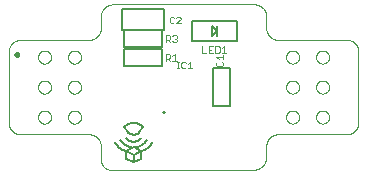
<source format=gto>
G75*
%MOIN*%
%OFA0B0*%
%FSLAX25Y25*%
%IPPOS*%
%LPD*%
%AMOC8*
5,1,8,0,0,1.08239X$1,22.5*
%
%ADD10C,0.00000*%
%ADD11C,0.01000*%
%ADD12C,0.00800*%
%ADD13C,0.00200*%
%ADD14C,0.00500*%
D10*
X0045791Y0032012D02*
X0045915Y0032010D01*
X0046038Y0032004D01*
X0046162Y0031995D01*
X0046284Y0031981D01*
X0046407Y0031964D01*
X0046529Y0031942D01*
X0046650Y0031917D01*
X0046770Y0031888D01*
X0046889Y0031856D01*
X0047008Y0031819D01*
X0047125Y0031779D01*
X0047240Y0031736D01*
X0047355Y0031688D01*
X0047467Y0031637D01*
X0047578Y0031583D01*
X0047688Y0031525D01*
X0047795Y0031464D01*
X0047901Y0031399D01*
X0048004Y0031331D01*
X0048105Y0031260D01*
X0048204Y0031186D01*
X0048301Y0031109D01*
X0048395Y0031028D01*
X0048486Y0030945D01*
X0048575Y0030859D01*
X0048661Y0030770D01*
X0048744Y0030679D01*
X0048825Y0030585D01*
X0048902Y0030488D01*
X0048976Y0030389D01*
X0049047Y0030288D01*
X0049115Y0030185D01*
X0049180Y0030079D01*
X0049241Y0029972D01*
X0049299Y0029862D01*
X0049353Y0029751D01*
X0049404Y0029639D01*
X0049452Y0029524D01*
X0049495Y0029409D01*
X0049535Y0029292D01*
X0049572Y0029173D01*
X0049604Y0029054D01*
X0049633Y0028934D01*
X0049658Y0028813D01*
X0049680Y0028691D01*
X0049697Y0028568D01*
X0049711Y0028446D01*
X0049720Y0028322D01*
X0049726Y0028199D01*
X0049728Y0028075D01*
X0049728Y0024138D01*
X0049713Y0024023D01*
X0049703Y0023907D01*
X0049696Y0023791D01*
X0049693Y0023675D01*
X0049694Y0023558D01*
X0049699Y0023442D01*
X0049708Y0023326D01*
X0049720Y0023211D01*
X0049737Y0023095D01*
X0049757Y0022981D01*
X0049781Y0022867D01*
X0049809Y0022754D01*
X0049841Y0022642D01*
X0049876Y0022532D01*
X0049915Y0022422D01*
X0049958Y0022314D01*
X0050004Y0022207D01*
X0050054Y0022102D01*
X0050108Y0021999D01*
X0050164Y0021897D01*
X0050224Y0021798D01*
X0050288Y0021700D01*
X0050354Y0021605D01*
X0050424Y0021512D01*
X0050497Y0021421D01*
X0050573Y0021333D01*
X0050652Y0021247D01*
X0050733Y0021164D01*
X0050818Y0021084D01*
X0050904Y0021007D01*
X0050994Y0020933D01*
X0051086Y0020861D01*
X0051180Y0020793D01*
X0051276Y0020728D01*
X0051375Y0020666D01*
X0051476Y0020608D01*
X0051578Y0020553D01*
X0051682Y0020501D01*
X0051788Y0020453D01*
X0051896Y0020409D01*
X0052005Y0020368D01*
X0052115Y0020331D01*
X0052226Y0020297D01*
X0052338Y0020268D01*
X0052452Y0020242D01*
X0052566Y0020219D01*
X0052681Y0020201D01*
X0099925Y0020201D01*
X0100056Y0020189D01*
X0100188Y0020180D01*
X0100320Y0020175D01*
X0100452Y0020174D01*
X0100584Y0020177D01*
X0100716Y0020184D01*
X0100848Y0020195D01*
X0100979Y0020210D01*
X0101110Y0020228D01*
X0101240Y0020251D01*
X0101369Y0020277D01*
X0101498Y0020307D01*
X0101625Y0020341D01*
X0101752Y0020379D01*
X0101877Y0020420D01*
X0102002Y0020465D01*
X0102124Y0020514D01*
X0102245Y0020566D01*
X0102365Y0020622D01*
X0102483Y0020682D01*
X0102599Y0020745D01*
X0102713Y0020811D01*
X0102825Y0020881D01*
X0102935Y0020954D01*
X0103043Y0021030D01*
X0103149Y0021110D01*
X0103252Y0021192D01*
X0103353Y0021278D01*
X0103451Y0021366D01*
X0103546Y0021457D01*
X0103639Y0021552D01*
X0103728Y0021648D01*
X0103815Y0021748D01*
X0103899Y0021850D01*
X0103980Y0021954D01*
X0104058Y0022061D01*
X0104132Y0022170D01*
X0104204Y0022281D01*
X0104272Y0022394D01*
X0104336Y0022510D01*
X0104397Y0022627D01*
X0104455Y0022745D01*
X0104509Y0022866D01*
X0104559Y0022988D01*
X0104606Y0023111D01*
X0104649Y0023236D01*
X0104689Y0023362D01*
X0104725Y0023489D01*
X0104756Y0023618D01*
X0104785Y0023747D01*
X0104809Y0023876D01*
X0104829Y0024007D01*
X0104846Y0024138D01*
X0104846Y0028075D01*
X0104848Y0028199D01*
X0104854Y0028322D01*
X0104863Y0028446D01*
X0104877Y0028568D01*
X0104894Y0028691D01*
X0104916Y0028813D01*
X0104941Y0028934D01*
X0104970Y0029054D01*
X0105002Y0029173D01*
X0105039Y0029292D01*
X0105079Y0029409D01*
X0105122Y0029524D01*
X0105170Y0029639D01*
X0105221Y0029751D01*
X0105275Y0029862D01*
X0105333Y0029972D01*
X0105394Y0030079D01*
X0105459Y0030185D01*
X0105527Y0030288D01*
X0105598Y0030389D01*
X0105672Y0030488D01*
X0105749Y0030585D01*
X0105830Y0030679D01*
X0105913Y0030770D01*
X0105999Y0030859D01*
X0106088Y0030945D01*
X0106179Y0031028D01*
X0106273Y0031109D01*
X0106370Y0031186D01*
X0106469Y0031260D01*
X0106570Y0031331D01*
X0106673Y0031399D01*
X0106779Y0031464D01*
X0106886Y0031525D01*
X0106996Y0031583D01*
X0107107Y0031637D01*
X0107219Y0031688D01*
X0107334Y0031736D01*
X0107449Y0031779D01*
X0107566Y0031819D01*
X0107685Y0031856D01*
X0107804Y0031888D01*
X0107924Y0031917D01*
X0108045Y0031942D01*
X0108167Y0031964D01*
X0108290Y0031981D01*
X0108412Y0031995D01*
X0108536Y0032004D01*
X0108659Y0032010D01*
X0108783Y0032012D01*
X0131618Y0032012D01*
X0131742Y0032014D01*
X0131865Y0032020D01*
X0131989Y0032029D01*
X0132111Y0032043D01*
X0132234Y0032060D01*
X0132356Y0032082D01*
X0132477Y0032107D01*
X0132597Y0032136D01*
X0132716Y0032168D01*
X0132835Y0032205D01*
X0132952Y0032245D01*
X0133067Y0032288D01*
X0133182Y0032336D01*
X0133294Y0032387D01*
X0133405Y0032441D01*
X0133515Y0032499D01*
X0133622Y0032560D01*
X0133728Y0032625D01*
X0133831Y0032693D01*
X0133932Y0032764D01*
X0134031Y0032838D01*
X0134128Y0032915D01*
X0134222Y0032996D01*
X0134313Y0033079D01*
X0134402Y0033165D01*
X0134488Y0033254D01*
X0134571Y0033345D01*
X0134652Y0033439D01*
X0134729Y0033536D01*
X0134803Y0033635D01*
X0134874Y0033736D01*
X0134942Y0033839D01*
X0135007Y0033945D01*
X0135068Y0034052D01*
X0135126Y0034162D01*
X0135180Y0034273D01*
X0135231Y0034385D01*
X0135279Y0034500D01*
X0135322Y0034615D01*
X0135362Y0034732D01*
X0135399Y0034851D01*
X0135431Y0034970D01*
X0135460Y0035090D01*
X0135485Y0035211D01*
X0135507Y0035333D01*
X0135524Y0035456D01*
X0135538Y0035578D01*
X0135547Y0035702D01*
X0135553Y0035825D01*
X0135555Y0035949D01*
X0135555Y0059571D01*
X0135553Y0059695D01*
X0135547Y0059818D01*
X0135538Y0059942D01*
X0135524Y0060064D01*
X0135507Y0060187D01*
X0135485Y0060309D01*
X0135460Y0060430D01*
X0135431Y0060550D01*
X0135399Y0060669D01*
X0135362Y0060788D01*
X0135322Y0060905D01*
X0135279Y0061020D01*
X0135231Y0061135D01*
X0135180Y0061247D01*
X0135126Y0061358D01*
X0135068Y0061468D01*
X0135007Y0061575D01*
X0134942Y0061681D01*
X0134874Y0061784D01*
X0134803Y0061885D01*
X0134729Y0061984D01*
X0134652Y0062081D01*
X0134571Y0062175D01*
X0134488Y0062266D01*
X0134402Y0062355D01*
X0134313Y0062441D01*
X0134222Y0062524D01*
X0134128Y0062605D01*
X0134031Y0062682D01*
X0133932Y0062756D01*
X0133831Y0062827D01*
X0133728Y0062895D01*
X0133622Y0062960D01*
X0133515Y0063021D01*
X0133405Y0063079D01*
X0133294Y0063133D01*
X0133182Y0063184D01*
X0133067Y0063232D01*
X0132952Y0063275D01*
X0132835Y0063315D01*
X0132716Y0063352D01*
X0132597Y0063384D01*
X0132477Y0063413D01*
X0132356Y0063438D01*
X0132234Y0063460D01*
X0132111Y0063477D01*
X0131989Y0063491D01*
X0131865Y0063500D01*
X0131742Y0063506D01*
X0131618Y0063508D01*
X0108783Y0063508D01*
X0108659Y0063510D01*
X0108536Y0063516D01*
X0108412Y0063525D01*
X0108290Y0063539D01*
X0108167Y0063556D01*
X0108045Y0063578D01*
X0107924Y0063603D01*
X0107804Y0063632D01*
X0107685Y0063664D01*
X0107566Y0063701D01*
X0107449Y0063741D01*
X0107334Y0063784D01*
X0107219Y0063832D01*
X0107107Y0063883D01*
X0106996Y0063937D01*
X0106886Y0063995D01*
X0106779Y0064056D01*
X0106673Y0064121D01*
X0106570Y0064189D01*
X0106469Y0064260D01*
X0106370Y0064334D01*
X0106273Y0064411D01*
X0106179Y0064492D01*
X0106088Y0064575D01*
X0105999Y0064661D01*
X0105913Y0064750D01*
X0105830Y0064841D01*
X0105749Y0064935D01*
X0105672Y0065032D01*
X0105598Y0065131D01*
X0105527Y0065232D01*
X0105459Y0065335D01*
X0105394Y0065441D01*
X0105333Y0065548D01*
X0105275Y0065658D01*
X0105221Y0065769D01*
X0105170Y0065881D01*
X0105122Y0065996D01*
X0105079Y0066111D01*
X0105039Y0066228D01*
X0105002Y0066347D01*
X0104970Y0066466D01*
X0104941Y0066586D01*
X0104916Y0066707D01*
X0104894Y0066829D01*
X0104877Y0066952D01*
X0104863Y0067074D01*
X0104854Y0067198D01*
X0104848Y0067321D01*
X0104846Y0067445D01*
X0104846Y0071382D01*
X0104844Y0071506D01*
X0104838Y0071629D01*
X0104829Y0071753D01*
X0104815Y0071875D01*
X0104798Y0071998D01*
X0104776Y0072120D01*
X0104751Y0072241D01*
X0104722Y0072361D01*
X0104690Y0072480D01*
X0104653Y0072599D01*
X0104613Y0072716D01*
X0104570Y0072831D01*
X0104522Y0072946D01*
X0104471Y0073058D01*
X0104417Y0073169D01*
X0104359Y0073279D01*
X0104298Y0073386D01*
X0104233Y0073492D01*
X0104165Y0073595D01*
X0104094Y0073696D01*
X0104020Y0073795D01*
X0103943Y0073892D01*
X0103862Y0073986D01*
X0103779Y0074077D01*
X0103693Y0074166D01*
X0103604Y0074252D01*
X0103513Y0074335D01*
X0103419Y0074416D01*
X0103322Y0074493D01*
X0103223Y0074567D01*
X0103122Y0074638D01*
X0103019Y0074706D01*
X0102913Y0074771D01*
X0102806Y0074832D01*
X0102696Y0074890D01*
X0102585Y0074944D01*
X0102473Y0074995D01*
X0102358Y0075043D01*
X0102243Y0075086D01*
X0102126Y0075126D01*
X0102007Y0075163D01*
X0101888Y0075195D01*
X0101768Y0075224D01*
X0101647Y0075249D01*
X0101525Y0075271D01*
X0101402Y0075288D01*
X0101280Y0075302D01*
X0101156Y0075311D01*
X0101033Y0075317D01*
X0100909Y0075319D01*
X0053665Y0075319D01*
X0053541Y0075317D01*
X0053418Y0075311D01*
X0053294Y0075302D01*
X0053172Y0075288D01*
X0053049Y0075271D01*
X0052927Y0075249D01*
X0052806Y0075224D01*
X0052686Y0075195D01*
X0052567Y0075163D01*
X0052448Y0075126D01*
X0052331Y0075086D01*
X0052216Y0075043D01*
X0052101Y0074995D01*
X0051989Y0074944D01*
X0051878Y0074890D01*
X0051768Y0074832D01*
X0051661Y0074771D01*
X0051555Y0074706D01*
X0051452Y0074638D01*
X0051351Y0074567D01*
X0051252Y0074493D01*
X0051155Y0074416D01*
X0051061Y0074335D01*
X0050970Y0074252D01*
X0050881Y0074166D01*
X0050795Y0074077D01*
X0050712Y0073986D01*
X0050631Y0073892D01*
X0050554Y0073795D01*
X0050480Y0073696D01*
X0050409Y0073595D01*
X0050341Y0073492D01*
X0050276Y0073386D01*
X0050215Y0073279D01*
X0050157Y0073169D01*
X0050103Y0073058D01*
X0050052Y0072946D01*
X0050004Y0072831D01*
X0049961Y0072716D01*
X0049921Y0072599D01*
X0049884Y0072480D01*
X0049852Y0072361D01*
X0049823Y0072241D01*
X0049798Y0072120D01*
X0049776Y0071998D01*
X0049759Y0071875D01*
X0049745Y0071753D01*
X0049736Y0071629D01*
X0049730Y0071506D01*
X0049728Y0071382D01*
X0049728Y0067445D01*
X0049726Y0067321D01*
X0049720Y0067198D01*
X0049711Y0067074D01*
X0049697Y0066952D01*
X0049680Y0066829D01*
X0049658Y0066707D01*
X0049633Y0066586D01*
X0049604Y0066466D01*
X0049572Y0066347D01*
X0049535Y0066228D01*
X0049495Y0066111D01*
X0049452Y0065996D01*
X0049404Y0065881D01*
X0049353Y0065769D01*
X0049299Y0065658D01*
X0049241Y0065548D01*
X0049180Y0065441D01*
X0049115Y0065335D01*
X0049047Y0065232D01*
X0048976Y0065131D01*
X0048902Y0065032D01*
X0048825Y0064935D01*
X0048744Y0064841D01*
X0048661Y0064750D01*
X0048575Y0064661D01*
X0048486Y0064575D01*
X0048395Y0064492D01*
X0048301Y0064411D01*
X0048204Y0064334D01*
X0048105Y0064260D01*
X0048004Y0064189D01*
X0047901Y0064121D01*
X0047795Y0064056D01*
X0047688Y0063995D01*
X0047578Y0063937D01*
X0047467Y0063883D01*
X0047355Y0063832D01*
X0047240Y0063784D01*
X0047125Y0063741D01*
X0047008Y0063701D01*
X0046889Y0063664D01*
X0046770Y0063632D01*
X0046650Y0063603D01*
X0046529Y0063578D01*
X0046407Y0063556D01*
X0046284Y0063539D01*
X0046162Y0063525D01*
X0046038Y0063516D01*
X0045915Y0063510D01*
X0045791Y0063508D01*
X0022957Y0063508D01*
X0022833Y0063506D01*
X0022710Y0063500D01*
X0022586Y0063491D01*
X0022464Y0063477D01*
X0022341Y0063460D01*
X0022219Y0063438D01*
X0022098Y0063413D01*
X0021978Y0063384D01*
X0021859Y0063352D01*
X0021740Y0063315D01*
X0021623Y0063275D01*
X0021508Y0063232D01*
X0021393Y0063184D01*
X0021281Y0063133D01*
X0021170Y0063079D01*
X0021060Y0063021D01*
X0020953Y0062960D01*
X0020847Y0062895D01*
X0020744Y0062827D01*
X0020643Y0062756D01*
X0020544Y0062682D01*
X0020447Y0062605D01*
X0020353Y0062524D01*
X0020262Y0062441D01*
X0020173Y0062355D01*
X0020087Y0062266D01*
X0020004Y0062175D01*
X0019923Y0062081D01*
X0019846Y0061984D01*
X0019772Y0061885D01*
X0019701Y0061784D01*
X0019633Y0061681D01*
X0019568Y0061575D01*
X0019507Y0061468D01*
X0019449Y0061358D01*
X0019395Y0061247D01*
X0019344Y0061135D01*
X0019296Y0061020D01*
X0019253Y0060905D01*
X0019213Y0060788D01*
X0019176Y0060669D01*
X0019144Y0060550D01*
X0019115Y0060430D01*
X0019090Y0060309D01*
X0019068Y0060187D01*
X0019051Y0060064D01*
X0019037Y0059942D01*
X0019028Y0059818D01*
X0019022Y0059695D01*
X0019020Y0059571D01*
X0019020Y0035949D01*
X0019022Y0035825D01*
X0019028Y0035702D01*
X0019037Y0035578D01*
X0019051Y0035456D01*
X0019068Y0035333D01*
X0019090Y0035211D01*
X0019115Y0035090D01*
X0019144Y0034970D01*
X0019176Y0034851D01*
X0019213Y0034732D01*
X0019253Y0034615D01*
X0019296Y0034500D01*
X0019344Y0034385D01*
X0019395Y0034273D01*
X0019449Y0034162D01*
X0019507Y0034052D01*
X0019568Y0033945D01*
X0019633Y0033839D01*
X0019701Y0033736D01*
X0019772Y0033635D01*
X0019846Y0033536D01*
X0019923Y0033439D01*
X0020004Y0033345D01*
X0020087Y0033254D01*
X0020173Y0033165D01*
X0020262Y0033079D01*
X0020353Y0032996D01*
X0020447Y0032915D01*
X0020544Y0032838D01*
X0020643Y0032764D01*
X0020744Y0032693D01*
X0020847Y0032625D01*
X0020953Y0032560D01*
X0021060Y0032499D01*
X0021170Y0032441D01*
X0021281Y0032387D01*
X0021393Y0032336D01*
X0021508Y0032288D01*
X0021623Y0032245D01*
X0021740Y0032205D01*
X0021859Y0032168D01*
X0021978Y0032136D01*
X0022098Y0032107D01*
X0022219Y0032082D01*
X0022341Y0032060D01*
X0022464Y0032043D01*
X0022586Y0032029D01*
X0022710Y0032020D01*
X0022833Y0032014D01*
X0022957Y0032012D01*
X0045791Y0032012D01*
X0038784Y0037760D02*
X0038786Y0037853D01*
X0038792Y0037945D01*
X0038802Y0038037D01*
X0038816Y0038128D01*
X0038833Y0038219D01*
X0038855Y0038309D01*
X0038880Y0038398D01*
X0038909Y0038486D01*
X0038942Y0038572D01*
X0038979Y0038657D01*
X0039019Y0038741D01*
X0039063Y0038822D01*
X0039110Y0038902D01*
X0039160Y0038980D01*
X0039214Y0039055D01*
X0039271Y0039128D01*
X0039331Y0039198D01*
X0039394Y0039266D01*
X0039460Y0039331D01*
X0039528Y0039393D01*
X0039599Y0039453D01*
X0039673Y0039509D01*
X0039749Y0039562D01*
X0039827Y0039611D01*
X0039907Y0039658D01*
X0039989Y0039700D01*
X0040073Y0039740D01*
X0040158Y0039775D01*
X0040245Y0039807D01*
X0040333Y0039836D01*
X0040422Y0039860D01*
X0040512Y0039881D01*
X0040603Y0039897D01*
X0040695Y0039910D01*
X0040787Y0039919D01*
X0040880Y0039924D01*
X0040972Y0039925D01*
X0041065Y0039922D01*
X0041157Y0039915D01*
X0041249Y0039904D01*
X0041340Y0039889D01*
X0041431Y0039871D01*
X0041521Y0039848D01*
X0041609Y0039822D01*
X0041697Y0039792D01*
X0041783Y0039758D01*
X0041867Y0039721D01*
X0041950Y0039679D01*
X0042031Y0039635D01*
X0042111Y0039587D01*
X0042188Y0039536D01*
X0042262Y0039481D01*
X0042335Y0039423D01*
X0042405Y0039363D01*
X0042472Y0039299D01*
X0042536Y0039233D01*
X0042598Y0039163D01*
X0042656Y0039092D01*
X0042711Y0039018D01*
X0042763Y0038941D01*
X0042812Y0038862D01*
X0042858Y0038782D01*
X0042900Y0038699D01*
X0042938Y0038615D01*
X0042973Y0038529D01*
X0043004Y0038442D01*
X0043031Y0038354D01*
X0043054Y0038264D01*
X0043074Y0038174D01*
X0043090Y0038083D01*
X0043102Y0037991D01*
X0043110Y0037899D01*
X0043114Y0037806D01*
X0043114Y0037714D01*
X0043110Y0037621D01*
X0043102Y0037529D01*
X0043090Y0037437D01*
X0043074Y0037346D01*
X0043054Y0037256D01*
X0043031Y0037166D01*
X0043004Y0037078D01*
X0042973Y0036991D01*
X0042938Y0036905D01*
X0042900Y0036821D01*
X0042858Y0036738D01*
X0042812Y0036658D01*
X0042763Y0036579D01*
X0042711Y0036502D01*
X0042656Y0036428D01*
X0042598Y0036357D01*
X0042536Y0036287D01*
X0042472Y0036221D01*
X0042405Y0036157D01*
X0042335Y0036097D01*
X0042262Y0036039D01*
X0042188Y0035984D01*
X0042111Y0035933D01*
X0042032Y0035885D01*
X0041950Y0035841D01*
X0041867Y0035799D01*
X0041783Y0035762D01*
X0041697Y0035728D01*
X0041609Y0035698D01*
X0041521Y0035672D01*
X0041431Y0035649D01*
X0041340Y0035631D01*
X0041249Y0035616D01*
X0041157Y0035605D01*
X0041065Y0035598D01*
X0040972Y0035595D01*
X0040880Y0035596D01*
X0040787Y0035601D01*
X0040695Y0035610D01*
X0040603Y0035623D01*
X0040512Y0035639D01*
X0040422Y0035660D01*
X0040333Y0035684D01*
X0040245Y0035713D01*
X0040158Y0035745D01*
X0040073Y0035780D01*
X0039989Y0035820D01*
X0039907Y0035862D01*
X0039827Y0035909D01*
X0039749Y0035958D01*
X0039673Y0036011D01*
X0039599Y0036067D01*
X0039528Y0036127D01*
X0039460Y0036189D01*
X0039394Y0036254D01*
X0039331Y0036322D01*
X0039271Y0036392D01*
X0039214Y0036465D01*
X0039160Y0036540D01*
X0039110Y0036618D01*
X0039063Y0036698D01*
X0039019Y0036779D01*
X0038979Y0036863D01*
X0038942Y0036948D01*
X0038909Y0037034D01*
X0038880Y0037122D01*
X0038855Y0037211D01*
X0038833Y0037301D01*
X0038816Y0037392D01*
X0038802Y0037483D01*
X0038792Y0037575D01*
X0038786Y0037667D01*
X0038784Y0037760D01*
X0028784Y0037760D02*
X0028786Y0037853D01*
X0028792Y0037945D01*
X0028802Y0038037D01*
X0028816Y0038128D01*
X0028833Y0038219D01*
X0028855Y0038309D01*
X0028880Y0038398D01*
X0028909Y0038486D01*
X0028942Y0038572D01*
X0028979Y0038657D01*
X0029019Y0038741D01*
X0029063Y0038822D01*
X0029110Y0038902D01*
X0029160Y0038980D01*
X0029214Y0039055D01*
X0029271Y0039128D01*
X0029331Y0039198D01*
X0029394Y0039266D01*
X0029460Y0039331D01*
X0029528Y0039393D01*
X0029599Y0039453D01*
X0029673Y0039509D01*
X0029749Y0039562D01*
X0029827Y0039611D01*
X0029907Y0039658D01*
X0029989Y0039700D01*
X0030073Y0039740D01*
X0030158Y0039775D01*
X0030245Y0039807D01*
X0030333Y0039836D01*
X0030422Y0039860D01*
X0030512Y0039881D01*
X0030603Y0039897D01*
X0030695Y0039910D01*
X0030787Y0039919D01*
X0030880Y0039924D01*
X0030972Y0039925D01*
X0031065Y0039922D01*
X0031157Y0039915D01*
X0031249Y0039904D01*
X0031340Y0039889D01*
X0031431Y0039871D01*
X0031521Y0039848D01*
X0031609Y0039822D01*
X0031697Y0039792D01*
X0031783Y0039758D01*
X0031867Y0039721D01*
X0031950Y0039679D01*
X0032031Y0039635D01*
X0032111Y0039587D01*
X0032188Y0039536D01*
X0032262Y0039481D01*
X0032335Y0039423D01*
X0032405Y0039363D01*
X0032472Y0039299D01*
X0032536Y0039233D01*
X0032598Y0039163D01*
X0032656Y0039092D01*
X0032711Y0039018D01*
X0032763Y0038941D01*
X0032812Y0038862D01*
X0032858Y0038782D01*
X0032900Y0038699D01*
X0032938Y0038615D01*
X0032973Y0038529D01*
X0033004Y0038442D01*
X0033031Y0038354D01*
X0033054Y0038264D01*
X0033074Y0038174D01*
X0033090Y0038083D01*
X0033102Y0037991D01*
X0033110Y0037899D01*
X0033114Y0037806D01*
X0033114Y0037714D01*
X0033110Y0037621D01*
X0033102Y0037529D01*
X0033090Y0037437D01*
X0033074Y0037346D01*
X0033054Y0037256D01*
X0033031Y0037166D01*
X0033004Y0037078D01*
X0032973Y0036991D01*
X0032938Y0036905D01*
X0032900Y0036821D01*
X0032858Y0036738D01*
X0032812Y0036658D01*
X0032763Y0036579D01*
X0032711Y0036502D01*
X0032656Y0036428D01*
X0032598Y0036357D01*
X0032536Y0036287D01*
X0032472Y0036221D01*
X0032405Y0036157D01*
X0032335Y0036097D01*
X0032262Y0036039D01*
X0032188Y0035984D01*
X0032111Y0035933D01*
X0032032Y0035885D01*
X0031950Y0035841D01*
X0031867Y0035799D01*
X0031783Y0035762D01*
X0031697Y0035728D01*
X0031609Y0035698D01*
X0031521Y0035672D01*
X0031431Y0035649D01*
X0031340Y0035631D01*
X0031249Y0035616D01*
X0031157Y0035605D01*
X0031065Y0035598D01*
X0030972Y0035595D01*
X0030880Y0035596D01*
X0030787Y0035601D01*
X0030695Y0035610D01*
X0030603Y0035623D01*
X0030512Y0035639D01*
X0030422Y0035660D01*
X0030333Y0035684D01*
X0030245Y0035713D01*
X0030158Y0035745D01*
X0030073Y0035780D01*
X0029989Y0035820D01*
X0029907Y0035862D01*
X0029827Y0035909D01*
X0029749Y0035958D01*
X0029673Y0036011D01*
X0029599Y0036067D01*
X0029528Y0036127D01*
X0029460Y0036189D01*
X0029394Y0036254D01*
X0029331Y0036322D01*
X0029271Y0036392D01*
X0029214Y0036465D01*
X0029160Y0036540D01*
X0029110Y0036618D01*
X0029063Y0036698D01*
X0029019Y0036779D01*
X0028979Y0036863D01*
X0028942Y0036948D01*
X0028909Y0037034D01*
X0028880Y0037122D01*
X0028855Y0037211D01*
X0028833Y0037301D01*
X0028816Y0037392D01*
X0028802Y0037483D01*
X0028792Y0037575D01*
X0028786Y0037667D01*
X0028784Y0037760D01*
X0028784Y0047760D02*
X0028786Y0047853D01*
X0028792Y0047945D01*
X0028802Y0048037D01*
X0028816Y0048128D01*
X0028833Y0048219D01*
X0028855Y0048309D01*
X0028880Y0048398D01*
X0028909Y0048486D01*
X0028942Y0048572D01*
X0028979Y0048657D01*
X0029019Y0048741D01*
X0029063Y0048822D01*
X0029110Y0048902D01*
X0029160Y0048980D01*
X0029214Y0049055D01*
X0029271Y0049128D01*
X0029331Y0049198D01*
X0029394Y0049266D01*
X0029460Y0049331D01*
X0029528Y0049393D01*
X0029599Y0049453D01*
X0029673Y0049509D01*
X0029749Y0049562D01*
X0029827Y0049611D01*
X0029907Y0049658D01*
X0029989Y0049700D01*
X0030073Y0049740D01*
X0030158Y0049775D01*
X0030245Y0049807D01*
X0030333Y0049836D01*
X0030422Y0049860D01*
X0030512Y0049881D01*
X0030603Y0049897D01*
X0030695Y0049910D01*
X0030787Y0049919D01*
X0030880Y0049924D01*
X0030972Y0049925D01*
X0031065Y0049922D01*
X0031157Y0049915D01*
X0031249Y0049904D01*
X0031340Y0049889D01*
X0031431Y0049871D01*
X0031521Y0049848D01*
X0031609Y0049822D01*
X0031697Y0049792D01*
X0031783Y0049758D01*
X0031867Y0049721D01*
X0031950Y0049679D01*
X0032031Y0049635D01*
X0032111Y0049587D01*
X0032188Y0049536D01*
X0032262Y0049481D01*
X0032335Y0049423D01*
X0032405Y0049363D01*
X0032472Y0049299D01*
X0032536Y0049233D01*
X0032598Y0049163D01*
X0032656Y0049092D01*
X0032711Y0049018D01*
X0032763Y0048941D01*
X0032812Y0048862D01*
X0032858Y0048782D01*
X0032900Y0048699D01*
X0032938Y0048615D01*
X0032973Y0048529D01*
X0033004Y0048442D01*
X0033031Y0048354D01*
X0033054Y0048264D01*
X0033074Y0048174D01*
X0033090Y0048083D01*
X0033102Y0047991D01*
X0033110Y0047899D01*
X0033114Y0047806D01*
X0033114Y0047714D01*
X0033110Y0047621D01*
X0033102Y0047529D01*
X0033090Y0047437D01*
X0033074Y0047346D01*
X0033054Y0047256D01*
X0033031Y0047166D01*
X0033004Y0047078D01*
X0032973Y0046991D01*
X0032938Y0046905D01*
X0032900Y0046821D01*
X0032858Y0046738D01*
X0032812Y0046658D01*
X0032763Y0046579D01*
X0032711Y0046502D01*
X0032656Y0046428D01*
X0032598Y0046357D01*
X0032536Y0046287D01*
X0032472Y0046221D01*
X0032405Y0046157D01*
X0032335Y0046097D01*
X0032262Y0046039D01*
X0032188Y0045984D01*
X0032111Y0045933D01*
X0032032Y0045885D01*
X0031950Y0045841D01*
X0031867Y0045799D01*
X0031783Y0045762D01*
X0031697Y0045728D01*
X0031609Y0045698D01*
X0031521Y0045672D01*
X0031431Y0045649D01*
X0031340Y0045631D01*
X0031249Y0045616D01*
X0031157Y0045605D01*
X0031065Y0045598D01*
X0030972Y0045595D01*
X0030880Y0045596D01*
X0030787Y0045601D01*
X0030695Y0045610D01*
X0030603Y0045623D01*
X0030512Y0045639D01*
X0030422Y0045660D01*
X0030333Y0045684D01*
X0030245Y0045713D01*
X0030158Y0045745D01*
X0030073Y0045780D01*
X0029989Y0045820D01*
X0029907Y0045862D01*
X0029827Y0045909D01*
X0029749Y0045958D01*
X0029673Y0046011D01*
X0029599Y0046067D01*
X0029528Y0046127D01*
X0029460Y0046189D01*
X0029394Y0046254D01*
X0029331Y0046322D01*
X0029271Y0046392D01*
X0029214Y0046465D01*
X0029160Y0046540D01*
X0029110Y0046618D01*
X0029063Y0046698D01*
X0029019Y0046779D01*
X0028979Y0046863D01*
X0028942Y0046948D01*
X0028909Y0047034D01*
X0028880Y0047122D01*
X0028855Y0047211D01*
X0028833Y0047301D01*
X0028816Y0047392D01*
X0028802Y0047483D01*
X0028792Y0047575D01*
X0028786Y0047667D01*
X0028784Y0047760D01*
X0038784Y0047760D02*
X0038786Y0047853D01*
X0038792Y0047945D01*
X0038802Y0048037D01*
X0038816Y0048128D01*
X0038833Y0048219D01*
X0038855Y0048309D01*
X0038880Y0048398D01*
X0038909Y0048486D01*
X0038942Y0048572D01*
X0038979Y0048657D01*
X0039019Y0048741D01*
X0039063Y0048822D01*
X0039110Y0048902D01*
X0039160Y0048980D01*
X0039214Y0049055D01*
X0039271Y0049128D01*
X0039331Y0049198D01*
X0039394Y0049266D01*
X0039460Y0049331D01*
X0039528Y0049393D01*
X0039599Y0049453D01*
X0039673Y0049509D01*
X0039749Y0049562D01*
X0039827Y0049611D01*
X0039907Y0049658D01*
X0039989Y0049700D01*
X0040073Y0049740D01*
X0040158Y0049775D01*
X0040245Y0049807D01*
X0040333Y0049836D01*
X0040422Y0049860D01*
X0040512Y0049881D01*
X0040603Y0049897D01*
X0040695Y0049910D01*
X0040787Y0049919D01*
X0040880Y0049924D01*
X0040972Y0049925D01*
X0041065Y0049922D01*
X0041157Y0049915D01*
X0041249Y0049904D01*
X0041340Y0049889D01*
X0041431Y0049871D01*
X0041521Y0049848D01*
X0041609Y0049822D01*
X0041697Y0049792D01*
X0041783Y0049758D01*
X0041867Y0049721D01*
X0041950Y0049679D01*
X0042031Y0049635D01*
X0042111Y0049587D01*
X0042188Y0049536D01*
X0042262Y0049481D01*
X0042335Y0049423D01*
X0042405Y0049363D01*
X0042472Y0049299D01*
X0042536Y0049233D01*
X0042598Y0049163D01*
X0042656Y0049092D01*
X0042711Y0049018D01*
X0042763Y0048941D01*
X0042812Y0048862D01*
X0042858Y0048782D01*
X0042900Y0048699D01*
X0042938Y0048615D01*
X0042973Y0048529D01*
X0043004Y0048442D01*
X0043031Y0048354D01*
X0043054Y0048264D01*
X0043074Y0048174D01*
X0043090Y0048083D01*
X0043102Y0047991D01*
X0043110Y0047899D01*
X0043114Y0047806D01*
X0043114Y0047714D01*
X0043110Y0047621D01*
X0043102Y0047529D01*
X0043090Y0047437D01*
X0043074Y0047346D01*
X0043054Y0047256D01*
X0043031Y0047166D01*
X0043004Y0047078D01*
X0042973Y0046991D01*
X0042938Y0046905D01*
X0042900Y0046821D01*
X0042858Y0046738D01*
X0042812Y0046658D01*
X0042763Y0046579D01*
X0042711Y0046502D01*
X0042656Y0046428D01*
X0042598Y0046357D01*
X0042536Y0046287D01*
X0042472Y0046221D01*
X0042405Y0046157D01*
X0042335Y0046097D01*
X0042262Y0046039D01*
X0042188Y0045984D01*
X0042111Y0045933D01*
X0042032Y0045885D01*
X0041950Y0045841D01*
X0041867Y0045799D01*
X0041783Y0045762D01*
X0041697Y0045728D01*
X0041609Y0045698D01*
X0041521Y0045672D01*
X0041431Y0045649D01*
X0041340Y0045631D01*
X0041249Y0045616D01*
X0041157Y0045605D01*
X0041065Y0045598D01*
X0040972Y0045595D01*
X0040880Y0045596D01*
X0040787Y0045601D01*
X0040695Y0045610D01*
X0040603Y0045623D01*
X0040512Y0045639D01*
X0040422Y0045660D01*
X0040333Y0045684D01*
X0040245Y0045713D01*
X0040158Y0045745D01*
X0040073Y0045780D01*
X0039989Y0045820D01*
X0039907Y0045862D01*
X0039827Y0045909D01*
X0039749Y0045958D01*
X0039673Y0046011D01*
X0039599Y0046067D01*
X0039528Y0046127D01*
X0039460Y0046189D01*
X0039394Y0046254D01*
X0039331Y0046322D01*
X0039271Y0046392D01*
X0039214Y0046465D01*
X0039160Y0046540D01*
X0039110Y0046618D01*
X0039063Y0046698D01*
X0039019Y0046779D01*
X0038979Y0046863D01*
X0038942Y0046948D01*
X0038909Y0047034D01*
X0038880Y0047122D01*
X0038855Y0047211D01*
X0038833Y0047301D01*
X0038816Y0047392D01*
X0038802Y0047483D01*
X0038792Y0047575D01*
X0038786Y0047667D01*
X0038784Y0047760D01*
X0038784Y0057760D02*
X0038786Y0057853D01*
X0038792Y0057945D01*
X0038802Y0058037D01*
X0038816Y0058128D01*
X0038833Y0058219D01*
X0038855Y0058309D01*
X0038880Y0058398D01*
X0038909Y0058486D01*
X0038942Y0058572D01*
X0038979Y0058657D01*
X0039019Y0058741D01*
X0039063Y0058822D01*
X0039110Y0058902D01*
X0039160Y0058980D01*
X0039214Y0059055D01*
X0039271Y0059128D01*
X0039331Y0059198D01*
X0039394Y0059266D01*
X0039460Y0059331D01*
X0039528Y0059393D01*
X0039599Y0059453D01*
X0039673Y0059509D01*
X0039749Y0059562D01*
X0039827Y0059611D01*
X0039907Y0059658D01*
X0039989Y0059700D01*
X0040073Y0059740D01*
X0040158Y0059775D01*
X0040245Y0059807D01*
X0040333Y0059836D01*
X0040422Y0059860D01*
X0040512Y0059881D01*
X0040603Y0059897D01*
X0040695Y0059910D01*
X0040787Y0059919D01*
X0040880Y0059924D01*
X0040972Y0059925D01*
X0041065Y0059922D01*
X0041157Y0059915D01*
X0041249Y0059904D01*
X0041340Y0059889D01*
X0041431Y0059871D01*
X0041521Y0059848D01*
X0041609Y0059822D01*
X0041697Y0059792D01*
X0041783Y0059758D01*
X0041867Y0059721D01*
X0041950Y0059679D01*
X0042031Y0059635D01*
X0042111Y0059587D01*
X0042188Y0059536D01*
X0042262Y0059481D01*
X0042335Y0059423D01*
X0042405Y0059363D01*
X0042472Y0059299D01*
X0042536Y0059233D01*
X0042598Y0059163D01*
X0042656Y0059092D01*
X0042711Y0059018D01*
X0042763Y0058941D01*
X0042812Y0058862D01*
X0042858Y0058782D01*
X0042900Y0058699D01*
X0042938Y0058615D01*
X0042973Y0058529D01*
X0043004Y0058442D01*
X0043031Y0058354D01*
X0043054Y0058264D01*
X0043074Y0058174D01*
X0043090Y0058083D01*
X0043102Y0057991D01*
X0043110Y0057899D01*
X0043114Y0057806D01*
X0043114Y0057714D01*
X0043110Y0057621D01*
X0043102Y0057529D01*
X0043090Y0057437D01*
X0043074Y0057346D01*
X0043054Y0057256D01*
X0043031Y0057166D01*
X0043004Y0057078D01*
X0042973Y0056991D01*
X0042938Y0056905D01*
X0042900Y0056821D01*
X0042858Y0056738D01*
X0042812Y0056658D01*
X0042763Y0056579D01*
X0042711Y0056502D01*
X0042656Y0056428D01*
X0042598Y0056357D01*
X0042536Y0056287D01*
X0042472Y0056221D01*
X0042405Y0056157D01*
X0042335Y0056097D01*
X0042262Y0056039D01*
X0042188Y0055984D01*
X0042111Y0055933D01*
X0042032Y0055885D01*
X0041950Y0055841D01*
X0041867Y0055799D01*
X0041783Y0055762D01*
X0041697Y0055728D01*
X0041609Y0055698D01*
X0041521Y0055672D01*
X0041431Y0055649D01*
X0041340Y0055631D01*
X0041249Y0055616D01*
X0041157Y0055605D01*
X0041065Y0055598D01*
X0040972Y0055595D01*
X0040880Y0055596D01*
X0040787Y0055601D01*
X0040695Y0055610D01*
X0040603Y0055623D01*
X0040512Y0055639D01*
X0040422Y0055660D01*
X0040333Y0055684D01*
X0040245Y0055713D01*
X0040158Y0055745D01*
X0040073Y0055780D01*
X0039989Y0055820D01*
X0039907Y0055862D01*
X0039827Y0055909D01*
X0039749Y0055958D01*
X0039673Y0056011D01*
X0039599Y0056067D01*
X0039528Y0056127D01*
X0039460Y0056189D01*
X0039394Y0056254D01*
X0039331Y0056322D01*
X0039271Y0056392D01*
X0039214Y0056465D01*
X0039160Y0056540D01*
X0039110Y0056618D01*
X0039063Y0056698D01*
X0039019Y0056779D01*
X0038979Y0056863D01*
X0038942Y0056948D01*
X0038909Y0057034D01*
X0038880Y0057122D01*
X0038855Y0057211D01*
X0038833Y0057301D01*
X0038816Y0057392D01*
X0038802Y0057483D01*
X0038792Y0057575D01*
X0038786Y0057667D01*
X0038784Y0057760D01*
X0028784Y0057760D02*
X0028786Y0057853D01*
X0028792Y0057945D01*
X0028802Y0058037D01*
X0028816Y0058128D01*
X0028833Y0058219D01*
X0028855Y0058309D01*
X0028880Y0058398D01*
X0028909Y0058486D01*
X0028942Y0058572D01*
X0028979Y0058657D01*
X0029019Y0058741D01*
X0029063Y0058822D01*
X0029110Y0058902D01*
X0029160Y0058980D01*
X0029214Y0059055D01*
X0029271Y0059128D01*
X0029331Y0059198D01*
X0029394Y0059266D01*
X0029460Y0059331D01*
X0029528Y0059393D01*
X0029599Y0059453D01*
X0029673Y0059509D01*
X0029749Y0059562D01*
X0029827Y0059611D01*
X0029907Y0059658D01*
X0029989Y0059700D01*
X0030073Y0059740D01*
X0030158Y0059775D01*
X0030245Y0059807D01*
X0030333Y0059836D01*
X0030422Y0059860D01*
X0030512Y0059881D01*
X0030603Y0059897D01*
X0030695Y0059910D01*
X0030787Y0059919D01*
X0030880Y0059924D01*
X0030972Y0059925D01*
X0031065Y0059922D01*
X0031157Y0059915D01*
X0031249Y0059904D01*
X0031340Y0059889D01*
X0031431Y0059871D01*
X0031521Y0059848D01*
X0031609Y0059822D01*
X0031697Y0059792D01*
X0031783Y0059758D01*
X0031867Y0059721D01*
X0031950Y0059679D01*
X0032031Y0059635D01*
X0032111Y0059587D01*
X0032188Y0059536D01*
X0032262Y0059481D01*
X0032335Y0059423D01*
X0032405Y0059363D01*
X0032472Y0059299D01*
X0032536Y0059233D01*
X0032598Y0059163D01*
X0032656Y0059092D01*
X0032711Y0059018D01*
X0032763Y0058941D01*
X0032812Y0058862D01*
X0032858Y0058782D01*
X0032900Y0058699D01*
X0032938Y0058615D01*
X0032973Y0058529D01*
X0033004Y0058442D01*
X0033031Y0058354D01*
X0033054Y0058264D01*
X0033074Y0058174D01*
X0033090Y0058083D01*
X0033102Y0057991D01*
X0033110Y0057899D01*
X0033114Y0057806D01*
X0033114Y0057714D01*
X0033110Y0057621D01*
X0033102Y0057529D01*
X0033090Y0057437D01*
X0033074Y0057346D01*
X0033054Y0057256D01*
X0033031Y0057166D01*
X0033004Y0057078D01*
X0032973Y0056991D01*
X0032938Y0056905D01*
X0032900Y0056821D01*
X0032858Y0056738D01*
X0032812Y0056658D01*
X0032763Y0056579D01*
X0032711Y0056502D01*
X0032656Y0056428D01*
X0032598Y0056357D01*
X0032536Y0056287D01*
X0032472Y0056221D01*
X0032405Y0056157D01*
X0032335Y0056097D01*
X0032262Y0056039D01*
X0032188Y0055984D01*
X0032111Y0055933D01*
X0032032Y0055885D01*
X0031950Y0055841D01*
X0031867Y0055799D01*
X0031783Y0055762D01*
X0031697Y0055728D01*
X0031609Y0055698D01*
X0031521Y0055672D01*
X0031431Y0055649D01*
X0031340Y0055631D01*
X0031249Y0055616D01*
X0031157Y0055605D01*
X0031065Y0055598D01*
X0030972Y0055595D01*
X0030880Y0055596D01*
X0030787Y0055601D01*
X0030695Y0055610D01*
X0030603Y0055623D01*
X0030512Y0055639D01*
X0030422Y0055660D01*
X0030333Y0055684D01*
X0030245Y0055713D01*
X0030158Y0055745D01*
X0030073Y0055780D01*
X0029989Y0055820D01*
X0029907Y0055862D01*
X0029827Y0055909D01*
X0029749Y0055958D01*
X0029673Y0056011D01*
X0029599Y0056067D01*
X0029528Y0056127D01*
X0029460Y0056189D01*
X0029394Y0056254D01*
X0029331Y0056322D01*
X0029271Y0056392D01*
X0029214Y0056465D01*
X0029160Y0056540D01*
X0029110Y0056618D01*
X0029063Y0056698D01*
X0029019Y0056779D01*
X0028979Y0056863D01*
X0028942Y0056948D01*
X0028909Y0057034D01*
X0028880Y0057122D01*
X0028855Y0057211D01*
X0028833Y0057301D01*
X0028816Y0057392D01*
X0028802Y0057483D01*
X0028792Y0057575D01*
X0028786Y0057667D01*
X0028784Y0057760D01*
X0111461Y0057760D02*
X0111463Y0057853D01*
X0111469Y0057945D01*
X0111479Y0058037D01*
X0111493Y0058128D01*
X0111510Y0058219D01*
X0111532Y0058309D01*
X0111557Y0058398D01*
X0111586Y0058486D01*
X0111619Y0058572D01*
X0111656Y0058657D01*
X0111696Y0058741D01*
X0111740Y0058822D01*
X0111787Y0058902D01*
X0111837Y0058980D01*
X0111891Y0059055D01*
X0111948Y0059128D01*
X0112008Y0059198D01*
X0112071Y0059266D01*
X0112137Y0059331D01*
X0112205Y0059393D01*
X0112276Y0059453D01*
X0112350Y0059509D01*
X0112426Y0059562D01*
X0112504Y0059611D01*
X0112584Y0059658D01*
X0112666Y0059700D01*
X0112750Y0059740D01*
X0112835Y0059775D01*
X0112922Y0059807D01*
X0113010Y0059836D01*
X0113099Y0059860D01*
X0113189Y0059881D01*
X0113280Y0059897D01*
X0113372Y0059910D01*
X0113464Y0059919D01*
X0113557Y0059924D01*
X0113649Y0059925D01*
X0113742Y0059922D01*
X0113834Y0059915D01*
X0113926Y0059904D01*
X0114017Y0059889D01*
X0114108Y0059871D01*
X0114198Y0059848D01*
X0114286Y0059822D01*
X0114374Y0059792D01*
X0114460Y0059758D01*
X0114544Y0059721D01*
X0114627Y0059679D01*
X0114708Y0059635D01*
X0114788Y0059587D01*
X0114865Y0059536D01*
X0114939Y0059481D01*
X0115012Y0059423D01*
X0115082Y0059363D01*
X0115149Y0059299D01*
X0115213Y0059233D01*
X0115275Y0059163D01*
X0115333Y0059092D01*
X0115388Y0059018D01*
X0115440Y0058941D01*
X0115489Y0058862D01*
X0115535Y0058782D01*
X0115577Y0058699D01*
X0115615Y0058615D01*
X0115650Y0058529D01*
X0115681Y0058442D01*
X0115708Y0058354D01*
X0115731Y0058264D01*
X0115751Y0058174D01*
X0115767Y0058083D01*
X0115779Y0057991D01*
X0115787Y0057899D01*
X0115791Y0057806D01*
X0115791Y0057714D01*
X0115787Y0057621D01*
X0115779Y0057529D01*
X0115767Y0057437D01*
X0115751Y0057346D01*
X0115731Y0057256D01*
X0115708Y0057166D01*
X0115681Y0057078D01*
X0115650Y0056991D01*
X0115615Y0056905D01*
X0115577Y0056821D01*
X0115535Y0056738D01*
X0115489Y0056658D01*
X0115440Y0056579D01*
X0115388Y0056502D01*
X0115333Y0056428D01*
X0115275Y0056357D01*
X0115213Y0056287D01*
X0115149Y0056221D01*
X0115082Y0056157D01*
X0115012Y0056097D01*
X0114939Y0056039D01*
X0114865Y0055984D01*
X0114788Y0055933D01*
X0114709Y0055885D01*
X0114627Y0055841D01*
X0114544Y0055799D01*
X0114460Y0055762D01*
X0114374Y0055728D01*
X0114286Y0055698D01*
X0114198Y0055672D01*
X0114108Y0055649D01*
X0114017Y0055631D01*
X0113926Y0055616D01*
X0113834Y0055605D01*
X0113742Y0055598D01*
X0113649Y0055595D01*
X0113557Y0055596D01*
X0113464Y0055601D01*
X0113372Y0055610D01*
X0113280Y0055623D01*
X0113189Y0055639D01*
X0113099Y0055660D01*
X0113010Y0055684D01*
X0112922Y0055713D01*
X0112835Y0055745D01*
X0112750Y0055780D01*
X0112666Y0055820D01*
X0112584Y0055862D01*
X0112504Y0055909D01*
X0112426Y0055958D01*
X0112350Y0056011D01*
X0112276Y0056067D01*
X0112205Y0056127D01*
X0112137Y0056189D01*
X0112071Y0056254D01*
X0112008Y0056322D01*
X0111948Y0056392D01*
X0111891Y0056465D01*
X0111837Y0056540D01*
X0111787Y0056618D01*
X0111740Y0056698D01*
X0111696Y0056779D01*
X0111656Y0056863D01*
X0111619Y0056948D01*
X0111586Y0057034D01*
X0111557Y0057122D01*
X0111532Y0057211D01*
X0111510Y0057301D01*
X0111493Y0057392D01*
X0111479Y0057483D01*
X0111469Y0057575D01*
X0111463Y0057667D01*
X0111461Y0057760D01*
X0121461Y0057760D02*
X0121463Y0057853D01*
X0121469Y0057945D01*
X0121479Y0058037D01*
X0121493Y0058128D01*
X0121510Y0058219D01*
X0121532Y0058309D01*
X0121557Y0058398D01*
X0121586Y0058486D01*
X0121619Y0058572D01*
X0121656Y0058657D01*
X0121696Y0058741D01*
X0121740Y0058822D01*
X0121787Y0058902D01*
X0121837Y0058980D01*
X0121891Y0059055D01*
X0121948Y0059128D01*
X0122008Y0059198D01*
X0122071Y0059266D01*
X0122137Y0059331D01*
X0122205Y0059393D01*
X0122276Y0059453D01*
X0122350Y0059509D01*
X0122426Y0059562D01*
X0122504Y0059611D01*
X0122584Y0059658D01*
X0122666Y0059700D01*
X0122750Y0059740D01*
X0122835Y0059775D01*
X0122922Y0059807D01*
X0123010Y0059836D01*
X0123099Y0059860D01*
X0123189Y0059881D01*
X0123280Y0059897D01*
X0123372Y0059910D01*
X0123464Y0059919D01*
X0123557Y0059924D01*
X0123649Y0059925D01*
X0123742Y0059922D01*
X0123834Y0059915D01*
X0123926Y0059904D01*
X0124017Y0059889D01*
X0124108Y0059871D01*
X0124198Y0059848D01*
X0124286Y0059822D01*
X0124374Y0059792D01*
X0124460Y0059758D01*
X0124544Y0059721D01*
X0124627Y0059679D01*
X0124708Y0059635D01*
X0124788Y0059587D01*
X0124865Y0059536D01*
X0124939Y0059481D01*
X0125012Y0059423D01*
X0125082Y0059363D01*
X0125149Y0059299D01*
X0125213Y0059233D01*
X0125275Y0059163D01*
X0125333Y0059092D01*
X0125388Y0059018D01*
X0125440Y0058941D01*
X0125489Y0058862D01*
X0125535Y0058782D01*
X0125577Y0058699D01*
X0125615Y0058615D01*
X0125650Y0058529D01*
X0125681Y0058442D01*
X0125708Y0058354D01*
X0125731Y0058264D01*
X0125751Y0058174D01*
X0125767Y0058083D01*
X0125779Y0057991D01*
X0125787Y0057899D01*
X0125791Y0057806D01*
X0125791Y0057714D01*
X0125787Y0057621D01*
X0125779Y0057529D01*
X0125767Y0057437D01*
X0125751Y0057346D01*
X0125731Y0057256D01*
X0125708Y0057166D01*
X0125681Y0057078D01*
X0125650Y0056991D01*
X0125615Y0056905D01*
X0125577Y0056821D01*
X0125535Y0056738D01*
X0125489Y0056658D01*
X0125440Y0056579D01*
X0125388Y0056502D01*
X0125333Y0056428D01*
X0125275Y0056357D01*
X0125213Y0056287D01*
X0125149Y0056221D01*
X0125082Y0056157D01*
X0125012Y0056097D01*
X0124939Y0056039D01*
X0124865Y0055984D01*
X0124788Y0055933D01*
X0124709Y0055885D01*
X0124627Y0055841D01*
X0124544Y0055799D01*
X0124460Y0055762D01*
X0124374Y0055728D01*
X0124286Y0055698D01*
X0124198Y0055672D01*
X0124108Y0055649D01*
X0124017Y0055631D01*
X0123926Y0055616D01*
X0123834Y0055605D01*
X0123742Y0055598D01*
X0123649Y0055595D01*
X0123557Y0055596D01*
X0123464Y0055601D01*
X0123372Y0055610D01*
X0123280Y0055623D01*
X0123189Y0055639D01*
X0123099Y0055660D01*
X0123010Y0055684D01*
X0122922Y0055713D01*
X0122835Y0055745D01*
X0122750Y0055780D01*
X0122666Y0055820D01*
X0122584Y0055862D01*
X0122504Y0055909D01*
X0122426Y0055958D01*
X0122350Y0056011D01*
X0122276Y0056067D01*
X0122205Y0056127D01*
X0122137Y0056189D01*
X0122071Y0056254D01*
X0122008Y0056322D01*
X0121948Y0056392D01*
X0121891Y0056465D01*
X0121837Y0056540D01*
X0121787Y0056618D01*
X0121740Y0056698D01*
X0121696Y0056779D01*
X0121656Y0056863D01*
X0121619Y0056948D01*
X0121586Y0057034D01*
X0121557Y0057122D01*
X0121532Y0057211D01*
X0121510Y0057301D01*
X0121493Y0057392D01*
X0121479Y0057483D01*
X0121469Y0057575D01*
X0121463Y0057667D01*
X0121461Y0057760D01*
X0121461Y0047760D02*
X0121463Y0047853D01*
X0121469Y0047945D01*
X0121479Y0048037D01*
X0121493Y0048128D01*
X0121510Y0048219D01*
X0121532Y0048309D01*
X0121557Y0048398D01*
X0121586Y0048486D01*
X0121619Y0048572D01*
X0121656Y0048657D01*
X0121696Y0048741D01*
X0121740Y0048822D01*
X0121787Y0048902D01*
X0121837Y0048980D01*
X0121891Y0049055D01*
X0121948Y0049128D01*
X0122008Y0049198D01*
X0122071Y0049266D01*
X0122137Y0049331D01*
X0122205Y0049393D01*
X0122276Y0049453D01*
X0122350Y0049509D01*
X0122426Y0049562D01*
X0122504Y0049611D01*
X0122584Y0049658D01*
X0122666Y0049700D01*
X0122750Y0049740D01*
X0122835Y0049775D01*
X0122922Y0049807D01*
X0123010Y0049836D01*
X0123099Y0049860D01*
X0123189Y0049881D01*
X0123280Y0049897D01*
X0123372Y0049910D01*
X0123464Y0049919D01*
X0123557Y0049924D01*
X0123649Y0049925D01*
X0123742Y0049922D01*
X0123834Y0049915D01*
X0123926Y0049904D01*
X0124017Y0049889D01*
X0124108Y0049871D01*
X0124198Y0049848D01*
X0124286Y0049822D01*
X0124374Y0049792D01*
X0124460Y0049758D01*
X0124544Y0049721D01*
X0124627Y0049679D01*
X0124708Y0049635D01*
X0124788Y0049587D01*
X0124865Y0049536D01*
X0124939Y0049481D01*
X0125012Y0049423D01*
X0125082Y0049363D01*
X0125149Y0049299D01*
X0125213Y0049233D01*
X0125275Y0049163D01*
X0125333Y0049092D01*
X0125388Y0049018D01*
X0125440Y0048941D01*
X0125489Y0048862D01*
X0125535Y0048782D01*
X0125577Y0048699D01*
X0125615Y0048615D01*
X0125650Y0048529D01*
X0125681Y0048442D01*
X0125708Y0048354D01*
X0125731Y0048264D01*
X0125751Y0048174D01*
X0125767Y0048083D01*
X0125779Y0047991D01*
X0125787Y0047899D01*
X0125791Y0047806D01*
X0125791Y0047714D01*
X0125787Y0047621D01*
X0125779Y0047529D01*
X0125767Y0047437D01*
X0125751Y0047346D01*
X0125731Y0047256D01*
X0125708Y0047166D01*
X0125681Y0047078D01*
X0125650Y0046991D01*
X0125615Y0046905D01*
X0125577Y0046821D01*
X0125535Y0046738D01*
X0125489Y0046658D01*
X0125440Y0046579D01*
X0125388Y0046502D01*
X0125333Y0046428D01*
X0125275Y0046357D01*
X0125213Y0046287D01*
X0125149Y0046221D01*
X0125082Y0046157D01*
X0125012Y0046097D01*
X0124939Y0046039D01*
X0124865Y0045984D01*
X0124788Y0045933D01*
X0124709Y0045885D01*
X0124627Y0045841D01*
X0124544Y0045799D01*
X0124460Y0045762D01*
X0124374Y0045728D01*
X0124286Y0045698D01*
X0124198Y0045672D01*
X0124108Y0045649D01*
X0124017Y0045631D01*
X0123926Y0045616D01*
X0123834Y0045605D01*
X0123742Y0045598D01*
X0123649Y0045595D01*
X0123557Y0045596D01*
X0123464Y0045601D01*
X0123372Y0045610D01*
X0123280Y0045623D01*
X0123189Y0045639D01*
X0123099Y0045660D01*
X0123010Y0045684D01*
X0122922Y0045713D01*
X0122835Y0045745D01*
X0122750Y0045780D01*
X0122666Y0045820D01*
X0122584Y0045862D01*
X0122504Y0045909D01*
X0122426Y0045958D01*
X0122350Y0046011D01*
X0122276Y0046067D01*
X0122205Y0046127D01*
X0122137Y0046189D01*
X0122071Y0046254D01*
X0122008Y0046322D01*
X0121948Y0046392D01*
X0121891Y0046465D01*
X0121837Y0046540D01*
X0121787Y0046618D01*
X0121740Y0046698D01*
X0121696Y0046779D01*
X0121656Y0046863D01*
X0121619Y0046948D01*
X0121586Y0047034D01*
X0121557Y0047122D01*
X0121532Y0047211D01*
X0121510Y0047301D01*
X0121493Y0047392D01*
X0121479Y0047483D01*
X0121469Y0047575D01*
X0121463Y0047667D01*
X0121461Y0047760D01*
X0111461Y0047760D02*
X0111463Y0047853D01*
X0111469Y0047945D01*
X0111479Y0048037D01*
X0111493Y0048128D01*
X0111510Y0048219D01*
X0111532Y0048309D01*
X0111557Y0048398D01*
X0111586Y0048486D01*
X0111619Y0048572D01*
X0111656Y0048657D01*
X0111696Y0048741D01*
X0111740Y0048822D01*
X0111787Y0048902D01*
X0111837Y0048980D01*
X0111891Y0049055D01*
X0111948Y0049128D01*
X0112008Y0049198D01*
X0112071Y0049266D01*
X0112137Y0049331D01*
X0112205Y0049393D01*
X0112276Y0049453D01*
X0112350Y0049509D01*
X0112426Y0049562D01*
X0112504Y0049611D01*
X0112584Y0049658D01*
X0112666Y0049700D01*
X0112750Y0049740D01*
X0112835Y0049775D01*
X0112922Y0049807D01*
X0113010Y0049836D01*
X0113099Y0049860D01*
X0113189Y0049881D01*
X0113280Y0049897D01*
X0113372Y0049910D01*
X0113464Y0049919D01*
X0113557Y0049924D01*
X0113649Y0049925D01*
X0113742Y0049922D01*
X0113834Y0049915D01*
X0113926Y0049904D01*
X0114017Y0049889D01*
X0114108Y0049871D01*
X0114198Y0049848D01*
X0114286Y0049822D01*
X0114374Y0049792D01*
X0114460Y0049758D01*
X0114544Y0049721D01*
X0114627Y0049679D01*
X0114708Y0049635D01*
X0114788Y0049587D01*
X0114865Y0049536D01*
X0114939Y0049481D01*
X0115012Y0049423D01*
X0115082Y0049363D01*
X0115149Y0049299D01*
X0115213Y0049233D01*
X0115275Y0049163D01*
X0115333Y0049092D01*
X0115388Y0049018D01*
X0115440Y0048941D01*
X0115489Y0048862D01*
X0115535Y0048782D01*
X0115577Y0048699D01*
X0115615Y0048615D01*
X0115650Y0048529D01*
X0115681Y0048442D01*
X0115708Y0048354D01*
X0115731Y0048264D01*
X0115751Y0048174D01*
X0115767Y0048083D01*
X0115779Y0047991D01*
X0115787Y0047899D01*
X0115791Y0047806D01*
X0115791Y0047714D01*
X0115787Y0047621D01*
X0115779Y0047529D01*
X0115767Y0047437D01*
X0115751Y0047346D01*
X0115731Y0047256D01*
X0115708Y0047166D01*
X0115681Y0047078D01*
X0115650Y0046991D01*
X0115615Y0046905D01*
X0115577Y0046821D01*
X0115535Y0046738D01*
X0115489Y0046658D01*
X0115440Y0046579D01*
X0115388Y0046502D01*
X0115333Y0046428D01*
X0115275Y0046357D01*
X0115213Y0046287D01*
X0115149Y0046221D01*
X0115082Y0046157D01*
X0115012Y0046097D01*
X0114939Y0046039D01*
X0114865Y0045984D01*
X0114788Y0045933D01*
X0114709Y0045885D01*
X0114627Y0045841D01*
X0114544Y0045799D01*
X0114460Y0045762D01*
X0114374Y0045728D01*
X0114286Y0045698D01*
X0114198Y0045672D01*
X0114108Y0045649D01*
X0114017Y0045631D01*
X0113926Y0045616D01*
X0113834Y0045605D01*
X0113742Y0045598D01*
X0113649Y0045595D01*
X0113557Y0045596D01*
X0113464Y0045601D01*
X0113372Y0045610D01*
X0113280Y0045623D01*
X0113189Y0045639D01*
X0113099Y0045660D01*
X0113010Y0045684D01*
X0112922Y0045713D01*
X0112835Y0045745D01*
X0112750Y0045780D01*
X0112666Y0045820D01*
X0112584Y0045862D01*
X0112504Y0045909D01*
X0112426Y0045958D01*
X0112350Y0046011D01*
X0112276Y0046067D01*
X0112205Y0046127D01*
X0112137Y0046189D01*
X0112071Y0046254D01*
X0112008Y0046322D01*
X0111948Y0046392D01*
X0111891Y0046465D01*
X0111837Y0046540D01*
X0111787Y0046618D01*
X0111740Y0046698D01*
X0111696Y0046779D01*
X0111656Y0046863D01*
X0111619Y0046948D01*
X0111586Y0047034D01*
X0111557Y0047122D01*
X0111532Y0047211D01*
X0111510Y0047301D01*
X0111493Y0047392D01*
X0111479Y0047483D01*
X0111469Y0047575D01*
X0111463Y0047667D01*
X0111461Y0047760D01*
X0111461Y0037760D02*
X0111463Y0037853D01*
X0111469Y0037945D01*
X0111479Y0038037D01*
X0111493Y0038128D01*
X0111510Y0038219D01*
X0111532Y0038309D01*
X0111557Y0038398D01*
X0111586Y0038486D01*
X0111619Y0038572D01*
X0111656Y0038657D01*
X0111696Y0038741D01*
X0111740Y0038822D01*
X0111787Y0038902D01*
X0111837Y0038980D01*
X0111891Y0039055D01*
X0111948Y0039128D01*
X0112008Y0039198D01*
X0112071Y0039266D01*
X0112137Y0039331D01*
X0112205Y0039393D01*
X0112276Y0039453D01*
X0112350Y0039509D01*
X0112426Y0039562D01*
X0112504Y0039611D01*
X0112584Y0039658D01*
X0112666Y0039700D01*
X0112750Y0039740D01*
X0112835Y0039775D01*
X0112922Y0039807D01*
X0113010Y0039836D01*
X0113099Y0039860D01*
X0113189Y0039881D01*
X0113280Y0039897D01*
X0113372Y0039910D01*
X0113464Y0039919D01*
X0113557Y0039924D01*
X0113649Y0039925D01*
X0113742Y0039922D01*
X0113834Y0039915D01*
X0113926Y0039904D01*
X0114017Y0039889D01*
X0114108Y0039871D01*
X0114198Y0039848D01*
X0114286Y0039822D01*
X0114374Y0039792D01*
X0114460Y0039758D01*
X0114544Y0039721D01*
X0114627Y0039679D01*
X0114708Y0039635D01*
X0114788Y0039587D01*
X0114865Y0039536D01*
X0114939Y0039481D01*
X0115012Y0039423D01*
X0115082Y0039363D01*
X0115149Y0039299D01*
X0115213Y0039233D01*
X0115275Y0039163D01*
X0115333Y0039092D01*
X0115388Y0039018D01*
X0115440Y0038941D01*
X0115489Y0038862D01*
X0115535Y0038782D01*
X0115577Y0038699D01*
X0115615Y0038615D01*
X0115650Y0038529D01*
X0115681Y0038442D01*
X0115708Y0038354D01*
X0115731Y0038264D01*
X0115751Y0038174D01*
X0115767Y0038083D01*
X0115779Y0037991D01*
X0115787Y0037899D01*
X0115791Y0037806D01*
X0115791Y0037714D01*
X0115787Y0037621D01*
X0115779Y0037529D01*
X0115767Y0037437D01*
X0115751Y0037346D01*
X0115731Y0037256D01*
X0115708Y0037166D01*
X0115681Y0037078D01*
X0115650Y0036991D01*
X0115615Y0036905D01*
X0115577Y0036821D01*
X0115535Y0036738D01*
X0115489Y0036658D01*
X0115440Y0036579D01*
X0115388Y0036502D01*
X0115333Y0036428D01*
X0115275Y0036357D01*
X0115213Y0036287D01*
X0115149Y0036221D01*
X0115082Y0036157D01*
X0115012Y0036097D01*
X0114939Y0036039D01*
X0114865Y0035984D01*
X0114788Y0035933D01*
X0114709Y0035885D01*
X0114627Y0035841D01*
X0114544Y0035799D01*
X0114460Y0035762D01*
X0114374Y0035728D01*
X0114286Y0035698D01*
X0114198Y0035672D01*
X0114108Y0035649D01*
X0114017Y0035631D01*
X0113926Y0035616D01*
X0113834Y0035605D01*
X0113742Y0035598D01*
X0113649Y0035595D01*
X0113557Y0035596D01*
X0113464Y0035601D01*
X0113372Y0035610D01*
X0113280Y0035623D01*
X0113189Y0035639D01*
X0113099Y0035660D01*
X0113010Y0035684D01*
X0112922Y0035713D01*
X0112835Y0035745D01*
X0112750Y0035780D01*
X0112666Y0035820D01*
X0112584Y0035862D01*
X0112504Y0035909D01*
X0112426Y0035958D01*
X0112350Y0036011D01*
X0112276Y0036067D01*
X0112205Y0036127D01*
X0112137Y0036189D01*
X0112071Y0036254D01*
X0112008Y0036322D01*
X0111948Y0036392D01*
X0111891Y0036465D01*
X0111837Y0036540D01*
X0111787Y0036618D01*
X0111740Y0036698D01*
X0111696Y0036779D01*
X0111656Y0036863D01*
X0111619Y0036948D01*
X0111586Y0037034D01*
X0111557Y0037122D01*
X0111532Y0037211D01*
X0111510Y0037301D01*
X0111493Y0037392D01*
X0111479Y0037483D01*
X0111469Y0037575D01*
X0111463Y0037667D01*
X0111461Y0037760D01*
X0121461Y0037760D02*
X0121463Y0037853D01*
X0121469Y0037945D01*
X0121479Y0038037D01*
X0121493Y0038128D01*
X0121510Y0038219D01*
X0121532Y0038309D01*
X0121557Y0038398D01*
X0121586Y0038486D01*
X0121619Y0038572D01*
X0121656Y0038657D01*
X0121696Y0038741D01*
X0121740Y0038822D01*
X0121787Y0038902D01*
X0121837Y0038980D01*
X0121891Y0039055D01*
X0121948Y0039128D01*
X0122008Y0039198D01*
X0122071Y0039266D01*
X0122137Y0039331D01*
X0122205Y0039393D01*
X0122276Y0039453D01*
X0122350Y0039509D01*
X0122426Y0039562D01*
X0122504Y0039611D01*
X0122584Y0039658D01*
X0122666Y0039700D01*
X0122750Y0039740D01*
X0122835Y0039775D01*
X0122922Y0039807D01*
X0123010Y0039836D01*
X0123099Y0039860D01*
X0123189Y0039881D01*
X0123280Y0039897D01*
X0123372Y0039910D01*
X0123464Y0039919D01*
X0123557Y0039924D01*
X0123649Y0039925D01*
X0123742Y0039922D01*
X0123834Y0039915D01*
X0123926Y0039904D01*
X0124017Y0039889D01*
X0124108Y0039871D01*
X0124198Y0039848D01*
X0124286Y0039822D01*
X0124374Y0039792D01*
X0124460Y0039758D01*
X0124544Y0039721D01*
X0124627Y0039679D01*
X0124708Y0039635D01*
X0124788Y0039587D01*
X0124865Y0039536D01*
X0124939Y0039481D01*
X0125012Y0039423D01*
X0125082Y0039363D01*
X0125149Y0039299D01*
X0125213Y0039233D01*
X0125275Y0039163D01*
X0125333Y0039092D01*
X0125388Y0039018D01*
X0125440Y0038941D01*
X0125489Y0038862D01*
X0125535Y0038782D01*
X0125577Y0038699D01*
X0125615Y0038615D01*
X0125650Y0038529D01*
X0125681Y0038442D01*
X0125708Y0038354D01*
X0125731Y0038264D01*
X0125751Y0038174D01*
X0125767Y0038083D01*
X0125779Y0037991D01*
X0125787Y0037899D01*
X0125791Y0037806D01*
X0125791Y0037714D01*
X0125787Y0037621D01*
X0125779Y0037529D01*
X0125767Y0037437D01*
X0125751Y0037346D01*
X0125731Y0037256D01*
X0125708Y0037166D01*
X0125681Y0037078D01*
X0125650Y0036991D01*
X0125615Y0036905D01*
X0125577Y0036821D01*
X0125535Y0036738D01*
X0125489Y0036658D01*
X0125440Y0036579D01*
X0125388Y0036502D01*
X0125333Y0036428D01*
X0125275Y0036357D01*
X0125213Y0036287D01*
X0125149Y0036221D01*
X0125082Y0036157D01*
X0125012Y0036097D01*
X0124939Y0036039D01*
X0124865Y0035984D01*
X0124788Y0035933D01*
X0124709Y0035885D01*
X0124627Y0035841D01*
X0124544Y0035799D01*
X0124460Y0035762D01*
X0124374Y0035728D01*
X0124286Y0035698D01*
X0124198Y0035672D01*
X0124108Y0035649D01*
X0124017Y0035631D01*
X0123926Y0035616D01*
X0123834Y0035605D01*
X0123742Y0035598D01*
X0123649Y0035595D01*
X0123557Y0035596D01*
X0123464Y0035601D01*
X0123372Y0035610D01*
X0123280Y0035623D01*
X0123189Y0035639D01*
X0123099Y0035660D01*
X0123010Y0035684D01*
X0122922Y0035713D01*
X0122835Y0035745D01*
X0122750Y0035780D01*
X0122666Y0035820D01*
X0122584Y0035862D01*
X0122504Y0035909D01*
X0122426Y0035958D01*
X0122350Y0036011D01*
X0122276Y0036067D01*
X0122205Y0036127D01*
X0122137Y0036189D01*
X0122071Y0036254D01*
X0122008Y0036322D01*
X0121948Y0036392D01*
X0121891Y0036465D01*
X0121837Y0036540D01*
X0121787Y0036618D01*
X0121740Y0036698D01*
X0121696Y0036779D01*
X0121656Y0036863D01*
X0121619Y0036948D01*
X0121586Y0037034D01*
X0121557Y0037122D01*
X0121532Y0037211D01*
X0121510Y0037301D01*
X0121493Y0037392D01*
X0121479Y0037483D01*
X0121469Y0037575D01*
X0121463Y0037667D01*
X0121461Y0037760D01*
D11*
X0021185Y0058587D02*
X0021187Y0058631D01*
X0021193Y0058675D01*
X0021203Y0058718D01*
X0021216Y0058760D01*
X0021234Y0058800D01*
X0021255Y0058839D01*
X0021279Y0058876D01*
X0021306Y0058911D01*
X0021337Y0058943D01*
X0021370Y0058972D01*
X0021406Y0058998D01*
X0021444Y0059020D01*
X0021484Y0059039D01*
X0021525Y0059055D01*
X0021568Y0059067D01*
X0021611Y0059075D01*
X0021655Y0059079D01*
X0021699Y0059079D01*
X0021743Y0059075D01*
X0021786Y0059067D01*
X0021829Y0059055D01*
X0021870Y0059039D01*
X0021910Y0059020D01*
X0021948Y0058998D01*
X0021984Y0058972D01*
X0022017Y0058943D01*
X0022048Y0058911D01*
X0022075Y0058876D01*
X0022099Y0058839D01*
X0022120Y0058800D01*
X0022138Y0058760D01*
X0022151Y0058718D01*
X0022161Y0058675D01*
X0022167Y0058631D01*
X0022169Y0058587D01*
X0022167Y0058543D01*
X0022161Y0058499D01*
X0022151Y0058456D01*
X0022138Y0058414D01*
X0022120Y0058374D01*
X0022099Y0058335D01*
X0022075Y0058298D01*
X0022048Y0058263D01*
X0022017Y0058231D01*
X0021984Y0058202D01*
X0021948Y0058176D01*
X0021910Y0058154D01*
X0021870Y0058135D01*
X0021829Y0058119D01*
X0021786Y0058107D01*
X0021743Y0058099D01*
X0021699Y0058095D01*
X0021655Y0058095D01*
X0021611Y0058099D01*
X0021568Y0058107D01*
X0021525Y0058119D01*
X0021484Y0058135D01*
X0021444Y0058154D01*
X0021406Y0058176D01*
X0021370Y0058202D01*
X0021337Y0058231D01*
X0021306Y0058263D01*
X0021279Y0058298D01*
X0021255Y0058335D01*
X0021234Y0058374D01*
X0021216Y0058414D01*
X0021203Y0058456D01*
X0021193Y0058499D01*
X0021187Y0058543D01*
X0021185Y0058587D01*
D12*
X0056677Y0066657D02*
X0056677Y0073744D01*
X0070850Y0073744D01*
X0070850Y0066657D01*
X0056677Y0066657D01*
X0057465Y0066707D02*
X0070063Y0066707D01*
X0070063Y0061195D01*
X0057465Y0061195D01*
X0057465Y0066707D01*
X0057465Y0060457D02*
X0070063Y0060457D01*
X0070063Y0054945D01*
X0057465Y0054945D01*
X0057465Y0060457D01*
X0080033Y0063104D02*
X0094994Y0063104D01*
X0094994Y0069797D01*
X0080033Y0069797D01*
X0080033Y0063104D01*
X0086726Y0064876D02*
X0088301Y0066451D01*
X0086726Y0068026D01*
X0086726Y0064876D01*
X0088301Y0064876D02*
X0088301Y0066451D01*
X0088301Y0068026D01*
X0087258Y0054000D02*
X0092770Y0054000D01*
X0092770Y0041402D01*
X0087258Y0041402D01*
X0087258Y0054000D01*
X0063764Y0034576D02*
X0062514Y0032701D01*
X0066889Y0029576D02*
X0066824Y0029442D01*
X0066756Y0029311D01*
X0066684Y0029181D01*
X0066609Y0029053D01*
X0066531Y0028927D01*
X0066450Y0028803D01*
X0066365Y0028681D01*
X0066278Y0028562D01*
X0066187Y0028445D01*
X0066093Y0028330D01*
X0065997Y0028217D01*
X0065897Y0028107D01*
X0065795Y0028000D01*
X0065690Y0027895D01*
X0065583Y0027793D01*
X0065473Y0027694D01*
X0065360Y0027598D01*
X0065245Y0027504D01*
X0065128Y0027414D01*
X0065008Y0027326D01*
X0064886Y0027242D01*
X0064762Y0027161D01*
X0064636Y0027083D01*
X0064508Y0027008D01*
X0064378Y0026937D01*
X0064246Y0026869D01*
X0064113Y0026804D01*
X0063978Y0026743D01*
X0063841Y0026686D01*
X0063703Y0026631D01*
X0063564Y0026581D01*
X0063423Y0026534D01*
X0063282Y0026490D01*
X0063139Y0026451D01*
X0063139Y0023951D01*
X0060639Y0022701D01*
X0060639Y0025201D01*
X0058139Y0026451D01*
X0058139Y0023951D01*
X0060639Y0022701D01*
X0060639Y0025201D02*
X0063139Y0026451D01*
X0060639Y0027701D01*
X0058139Y0026451D01*
X0057514Y0034576D02*
X0057608Y0034667D01*
X0057705Y0034755D01*
X0057804Y0034841D01*
X0057906Y0034923D01*
X0058010Y0035003D01*
X0058116Y0035079D01*
X0058225Y0035152D01*
X0058336Y0035222D01*
X0058448Y0035289D01*
X0058563Y0035352D01*
X0058680Y0035412D01*
X0058798Y0035468D01*
X0058918Y0035521D01*
X0059039Y0035570D01*
X0059162Y0035616D01*
X0059286Y0035658D01*
X0059411Y0035696D01*
X0059538Y0035731D01*
X0059665Y0035761D01*
X0059793Y0035788D01*
X0059922Y0035811D01*
X0060051Y0035831D01*
X0060181Y0035846D01*
X0060312Y0035858D01*
X0060443Y0035866D01*
X0060574Y0035870D01*
X0060704Y0035870D01*
X0060835Y0035866D01*
X0060966Y0035858D01*
X0061097Y0035846D01*
X0061227Y0035831D01*
X0061356Y0035811D01*
X0061485Y0035788D01*
X0061613Y0035761D01*
X0061740Y0035731D01*
X0061867Y0035696D01*
X0061992Y0035658D01*
X0062116Y0035616D01*
X0062239Y0035570D01*
X0062360Y0035521D01*
X0062480Y0035468D01*
X0062598Y0035412D01*
X0062715Y0035352D01*
X0062830Y0035289D01*
X0062942Y0035222D01*
X0063053Y0035152D01*
X0063162Y0035079D01*
X0063268Y0035003D01*
X0063372Y0034923D01*
X0063474Y0034841D01*
X0063573Y0034755D01*
X0063670Y0034667D01*
X0063764Y0034576D01*
X0062514Y0032701D02*
X0062441Y0032630D01*
X0062365Y0032563D01*
X0062287Y0032498D01*
X0062206Y0032436D01*
X0062123Y0032378D01*
X0062038Y0032323D01*
X0061950Y0032271D01*
X0061861Y0032222D01*
X0061770Y0032177D01*
X0061677Y0032136D01*
X0061583Y0032098D01*
X0061487Y0032063D01*
X0061391Y0032033D01*
X0061293Y0032006D01*
X0061194Y0031983D01*
X0061094Y0031963D01*
X0060994Y0031948D01*
X0060893Y0031936D01*
X0060791Y0031928D01*
X0060690Y0031924D01*
X0060588Y0031924D01*
X0060487Y0031928D01*
X0060385Y0031936D01*
X0060284Y0031948D01*
X0060184Y0031963D01*
X0060084Y0031983D01*
X0059985Y0032006D01*
X0059887Y0032033D01*
X0059791Y0032063D01*
X0059695Y0032098D01*
X0059601Y0032136D01*
X0059508Y0032177D01*
X0059417Y0032222D01*
X0059328Y0032271D01*
X0059240Y0032323D01*
X0059155Y0032378D01*
X0059072Y0032436D01*
X0058991Y0032498D01*
X0058913Y0032563D01*
X0058837Y0032630D01*
X0058764Y0032701D01*
X0057514Y0034576D01*
X0061264Y0027701D02*
X0061407Y0027725D01*
X0061550Y0027753D01*
X0061692Y0027785D01*
X0061833Y0027820D01*
X0061973Y0027860D01*
X0062111Y0027903D01*
X0062249Y0027950D01*
X0062385Y0028001D01*
X0062520Y0028055D01*
X0062653Y0028113D01*
X0062785Y0028175D01*
X0062915Y0028240D01*
X0063043Y0028309D01*
X0063169Y0028381D01*
X0063294Y0028457D01*
X0063416Y0028536D01*
X0063536Y0028618D01*
X0063653Y0028703D01*
X0063768Y0028792D01*
X0063881Y0028884D01*
X0063991Y0028979D01*
X0064099Y0029077D01*
X0064204Y0029177D01*
X0064306Y0029281D01*
X0064405Y0029387D01*
X0064501Y0029496D01*
X0064595Y0029608D01*
X0064685Y0029722D01*
X0064772Y0029838D01*
X0064856Y0029957D01*
X0064936Y0030078D01*
X0065013Y0030201D01*
X0060013Y0027701D02*
X0059870Y0027725D01*
X0059727Y0027753D01*
X0059585Y0027785D01*
X0059444Y0027820D01*
X0059304Y0027860D01*
X0059166Y0027903D01*
X0059028Y0027950D01*
X0058892Y0028001D01*
X0058757Y0028055D01*
X0058624Y0028113D01*
X0058492Y0028175D01*
X0058362Y0028240D01*
X0058234Y0028309D01*
X0058108Y0028381D01*
X0057983Y0028457D01*
X0057861Y0028536D01*
X0057741Y0028618D01*
X0057624Y0028703D01*
X0057509Y0028792D01*
X0057396Y0028884D01*
X0057286Y0028979D01*
X0057178Y0029077D01*
X0057073Y0029177D01*
X0056971Y0029281D01*
X0056872Y0029387D01*
X0056776Y0029496D01*
X0056682Y0029608D01*
X0056592Y0029722D01*
X0056505Y0029838D01*
X0056421Y0029957D01*
X0056341Y0030078D01*
X0056264Y0030201D01*
X0054389Y0029576D02*
X0054454Y0029442D01*
X0054522Y0029311D01*
X0054594Y0029181D01*
X0054669Y0029053D01*
X0054747Y0028927D01*
X0054828Y0028803D01*
X0054913Y0028681D01*
X0055000Y0028562D01*
X0055091Y0028445D01*
X0055185Y0028330D01*
X0055281Y0028217D01*
X0055381Y0028107D01*
X0055483Y0028000D01*
X0055588Y0027895D01*
X0055695Y0027793D01*
X0055805Y0027694D01*
X0055918Y0027598D01*
X0056033Y0027504D01*
X0056150Y0027414D01*
X0056270Y0027326D01*
X0056392Y0027242D01*
X0056516Y0027161D01*
X0056642Y0027083D01*
X0056770Y0027008D01*
X0056900Y0026937D01*
X0057032Y0026869D01*
X0057165Y0026804D01*
X0057300Y0026743D01*
X0057437Y0026686D01*
X0057575Y0026631D01*
X0057714Y0026581D01*
X0057855Y0026534D01*
X0057996Y0026490D01*
X0058139Y0026451D01*
X0060638Y0029575D02*
X0060749Y0029580D01*
X0060860Y0029589D01*
X0060970Y0029601D01*
X0061080Y0029617D01*
X0061189Y0029637D01*
X0061298Y0029660D01*
X0061405Y0029687D01*
X0061512Y0029718D01*
X0061618Y0029752D01*
X0061722Y0029789D01*
X0061825Y0029831D01*
X0061927Y0029875D01*
X0062027Y0029923D01*
X0062125Y0029974D01*
X0062222Y0030029D01*
X0062317Y0030087D01*
X0062410Y0030148D01*
X0062500Y0030212D01*
X0062589Y0030279D01*
X0062675Y0030349D01*
X0062759Y0030421D01*
X0062840Y0030497D01*
X0062919Y0030575D01*
X0062995Y0030656D01*
X0063068Y0030740D01*
X0063138Y0030825D01*
X0060639Y0029575D02*
X0060528Y0029580D01*
X0060417Y0029589D01*
X0060307Y0029601D01*
X0060197Y0029617D01*
X0060088Y0029637D01*
X0059979Y0029660D01*
X0059872Y0029687D01*
X0059765Y0029718D01*
X0059659Y0029752D01*
X0059555Y0029789D01*
X0059452Y0029831D01*
X0059350Y0029875D01*
X0059250Y0029923D01*
X0059152Y0029974D01*
X0059055Y0030029D01*
X0058960Y0030087D01*
X0058867Y0030148D01*
X0058777Y0030212D01*
X0058688Y0030279D01*
X0058602Y0030349D01*
X0058518Y0030421D01*
X0058437Y0030497D01*
X0058358Y0030575D01*
X0058282Y0030656D01*
X0058209Y0030740D01*
X0058139Y0030825D01*
D13*
X0075114Y0054051D02*
X0075848Y0054051D01*
X0075481Y0054051D02*
X0075481Y0056253D01*
X0075114Y0056253D02*
X0075848Y0056253D01*
X0076587Y0055886D02*
X0076587Y0054418D01*
X0076954Y0054051D01*
X0077688Y0054051D01*
X0078055Y0054418D01*
X0078797Y0054051D02*
X0080265Y0054051D01*
X0079531Y0054051D02*
X0079531Y0056253D01*
X0078797Y0055519D01*
X0078055Y0055886D02*
X0077688Y0056253D01*
X0076954Y0056253D01*
X0076587Y0055886D01*
X0075042Y0056551D02*
X0073574Y0056551D01*
X0074308Y0056551D02*
X0074308Y0058753D01*
X0073574Y0058019D01*
X0072832Y0058386D02*
X0072832Y0057652D01*
X0072465Y0057285D01*
X0071364Y0057285D01*
X0072098Y0057285D02*
X0072832Y0056551D01*
X0071364Y0056551D02*
X0071364Y0058753D01*
X0072465Y0058753D01*
X0072832Y0058386D01*
X0072832Y0062801D02*
X0072098Y0063535D01*
X0072465Y0063535D02*
X0071364Y0063535D01*
X0071364Y0062801D02*
X0071364Y0065003D01*
X0072465Y0065003D01*
X0072832Y0064636D01*
X0072832Y0063902D01*
X0072465Y0063535D01*
X0073574Y0063168D02*
X0073941Y0062801D01*
X0074675Y0062801D01*
X0075042Y0063168D01*
X0075042Y0063535D01*
X0074675Y0063902D01*
X0074308Y0063902D01*
X0074675Y0063902D02*
X0075042Y0064269D01*
X0075042Y0064636D01*
X0074675Y0065003D01*
X0073941Y0065003D01*
X0073574Y0064636D01*
X0073715Y0069051D02*
X0072981Y0069051D01*
X0072614Y0069418D01*
X0072614Y0070886D01*
X0072981Y0071253D01*
X0073715Y0071253D01*
X0074082Y0070886D01*
X0074824Y0070886D02*
X0075191Y0071253D01*
X0075925Y0071253D01*
X0076292Y0070886D01*
X0076292Y0070519D01*
X0074824Y0069051D01*
X0076292Y0069051D01*
X0074082Y0069418D02*
X0073715Y0069051D01*
X0083411Y0061361D02*
X0083411Y0059159D01*
X0084879Y0059159D01*
X0085621Y0059159D02*
X0087089Y0059159D01*
X0087831Y0059159D02*
X0088932Y0059159D01*
X0089299Y0059526D01*
X0089299Y0060994D01*
X0088932Y0061361D01*
X0087831Y0061361D01*
X0087831Y0059159D01*
X0088212Y0057745D02*
X0090414Y0057745D01*
X0090414Y0057011D02*
X0090414Y0058479D01*
X0090775Y0059159D02*
X0090775Y0061361D01*
X0090041Y0060627D01*
X0090041Y0059159D02*
X0091509Y0059159D01*
X0088946Y0057011D02*
X0088212Y0057745D01*
X0088579Y0056269D02*
X0088212Y0055902D01*
X0088212Y0055168D01*
X0088579Y0054801D01*
X0090047Y0054801D01*
X0090414Y0055168D01*
X0090414Y0055902D01*
X0090047Y0056269D01*
X0085621Y0059159D02*
X0085621Y0061361D01*
X0087089Y0061361D01*
X0086355Y0060260D02*
X0085621Y0060260D01*
D14*
X0070594Y0039465D02*
X0070596Y0039492D01*
X0070602Y0039519D01*
X0070611Y0039545D01*
X0070624Y0039569D01*
X0070640Y0039592D01*
X0070659Y0039611D01*
X0070681Y0039628D01*
X0070705Y0039642D01*
X0070730Y0039652D01*
X0070757Y0039659D01*
X0070784Y0039662D01*
X0070812Y0039661D01*
X0070839Y0039656D01*
X0070865Y0039648D01*
X0070889Y0039636D01*
X0070912Y0039620D01*
X0070933Y0039602D01*
X0070950Y0039581D01*
X0070965Y0039557D01*
X0070976Y0039532D01*
X0070984Y0039506D01*
X0070988Y0039479D01*
X0070988Y0039451D01*
X0070984Y0039424D01*
X0070976Y0039398D01*
X0070965Y0039373D01*
X0070950Y0039349D01*
X0070933Y0039328D01*
X0070912Y0039310D01*
X0070890Y0039294D01*
X0070865Y0039282D01*
X0070839Y0039274D01*
X0070812Y0039269D01*
X0070784Y0039268D01*
X0070757Y0039271D01*
X0070730Y0039278D01*
X0070705Y0039288D01*
X0070681Y0039302D01*
X0070659Y0039319D01*
X0070640Y0039338D01*
X0070624Y0039361D01*
X0070611Y0039385D01*
X0070602Y0039411D01*
X0070596Y0039438D01*
X0070594Y0039465D01*
M02*

</source>
